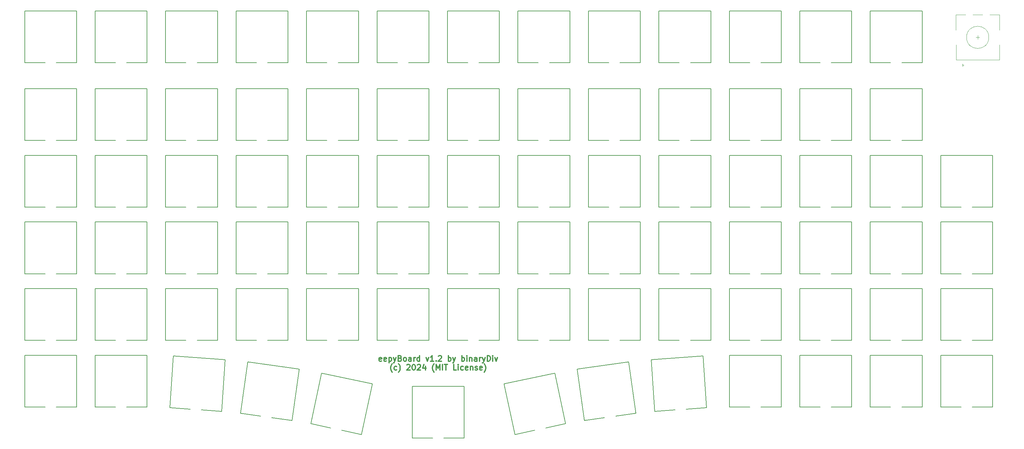
<source format=gbr>
%TF.GenerationSoftware,KiCad,Pcbnew,8.0.7*%
%TF.CreationDate,2025-01-24T18:11:27+01:00*%
%TF.ProjectId,eepyboard_rev3,65657079-626f-4617-9264-5f726576332e,1.2*%
%TF.SameCoordinates,Original*%
%TF.FileFunction,Legend,Top*%
%TF.FilePolarity,Positive*%
%FSLAX46Y46*%
G04 Gerber Fmt 4.6, Leading zero omitted, Abs format (unit mm)*
G04 Created by KiCad (PCBNEW 8.0.7) date 2025-01-24 18:11:27*
%MOMM*%
%LPD*%
G01*
G04 APERTURE LIST*
%ADD10C,0.300000*%
%ADD11C,0.150000*%
%ADD12C,0.120000*%
G04 APERTURE END LIST*
D10*
X164731032Y-169716830D02*
X164588175Y-169788258D01*
X164588175Y-169788258D02*
X164302461Y-169788258D01*
X164302461Y-169788258D02*
X164159603Y-169716830D01*
X164159603Y-169716830D02*
X164088175Y-169573972D01*
X164088175Y-169573972D02*
X164088175Y-169002544D01*
X164088175Y-169002544D02*
X164159603Y-168859687D01*
X164159603Y-168859687D02*
X164302461Y-168788258D01*
X164302461Y-168788258D02*
X164588175Y-168788258D01*
X164588175Y-168788258D02*
X164731032Y-168859687D01*
X164731032Y-168859687D02*
X164802461Y-169002544D01*
X164802461Y-169002544D02*
X164802461Y-169145401D01*
X164802461Y-169145401D02*
X164088175Y-169288258D01*
X166016746Y-169716830D02*
X165873889Y-169788258D01*
X165873889Y-169788258D02*
X165588175Y-169788258D01*
X165588175Y-169788258D02*
X165445317Y-169716830D01*
X165445317Y-169716830D02*
X165373889Y-169573972D01*
X165373889Y-169573972D02*
X165373889Y-169002544D01*
X165373889Y-169002544D02*
X165445317Y-168859687D01*
X165445317Y-168859687D02*
X165588175Y-168788258D01*
X165588175Y-168788258D02*
X165873889Y-168788258D01*
X165873889Y-168788258D02*
X166016746Y-168859687D01*
X166016746Y-168859687D02*
X166088175Y-169002544D01*
X166088175Y-169002544D02*
X166088175Y-169145401D01*
X166088175Y-169145401D02*
X165373889Y-169288258D01*
X166731031Y-168788258D02*
X166731031Y-170288258D01*
X166731031Y-168859687D02*
X166873889Y-168788258D01*
X166873889Y-168788258D02*
X167159603Y-168788258D01*
X167159603Y-168788258D02*
X167302460Y-168859687D01*
X167302460Y-168859687D02*
X167373889Y-168931115D01*
X167373889Y-168931115D02*
X167445317Y-169073972D01*
X167445317Y-169073972D02*
X167445317Y-169502544D01*
X167445317Y-169502544D02*
X167373889Y-169645401D01*
X167373889Y-169645401D02*
X167302460Y-169716830D01*
X167302460Y-169716830D02*
X167159603Y-169788258D01*
X167159603Y-169788258D02*
X166873889Y-169788258D01*
X166873889Y-169788258D02*
X166731031Y-169716830D01*
X167945317Y-168788258D02*
X168302460Y-169788258D01*
X168659603Y-168788258D02*
X168302460Y-169788258D01*
X168302460Y-169788258D02*
X168159603Y-170145401D01*
X168159603Y-170145401D02*
X168088174Y-170216830D01*
X168088174Y-170216830D02*
X167945317Y-170288258D01*
X169731031Y-169002544D02*
X169945317Y-169073972D01*
X169945317Y-169073972D02*
X170016746Y-169145401D01*
X170016746Y-169145401D02*
X170088174Y-169288258D01*
X170088174Y-169288258D02*
X170088174Y-169502544D01*
X170088174Y-169502544D02*
X170016746Y-169645401D01*
X170016746Y-169645401D02*
X169945317Y-169716830D01*
X169945317Y-169716830D02*
X169802460Y-169788258D01*
X169802460Y-169788258D02*
X169231031Y-169788258D01*
X169231031Y-169788258D02*
X169231031Y-168288258D01*
X169231031Y-168288258D02*
X169731031Y-168288258D01*
X169731031Y-168288258D02*
X169873889Y-168359687D01*
X169873889Y-168359687D02*
X169945317Y-168431115D01*
X169945317Y-168431115D02*
X170016746Y-168573972D01*
X170016746Y-168573972D02*
X170016746Y-168716830D01*
X170016746Y-168716830D02*
X169945317Y-168859687D01*
X169945317Y-168859687D02*
X169873889Y-168931115D01*
X169873889Y-168931115D02*
X169731031Y-169002544D01*
X169731031Y-169002544D02*
X169231031Y-169002544D01*
X170945317Y-169788258D02*
X170802460Y-169716830D01*
X170802460Y-169716830D02*
X170731031Y-169645401D01*
X170731031Y-169645401D02*
X170659603Y-169502544D01*
X170659603Y-169502544D02*
X170659603Y-169073972D01*
X170659603Y-169073972D02*
X170731031Y-168931115D01*
X170731031Y-168931115D02*
X170802460Y-168859687D01*
X170802460Y-168859687D02*
X170945317Y-168788258D01*
X170945317Y-168788258D02*
X171159603Y-168788258D01*
X171159603Y-168788258D02*
X171302460Y-168859687D01*
X171302460Y-168859687D02*
X171373889Y-168931115D01*
X171373889Y-168931115D02*
X171445317Y-169073972D01*
X171445317Y-169073972D02*
X171445317Y-169502544D01*
X171445317Y-169502544D02*
X171373889Y-169645401D01*
X171373889Y-169645401D02*
X171302460Y-169716830D01*
X171302460Y-169716830D02*
X171159603Y-169788258D01*
X171159603Y-169788258D02*
X170945317Y-169788258D01*
X172731032Y-169788258D02*
X172731032Y-169002544D01*
X172731032Y-169002544D02*
X172659603Y-168859687D01*
X172659603Y-168859687D02*
X172516746Y-168788258D01*
X172516746Y-168788258D02*
X172231032Y-168788258D01*
X172231032Y-168788258D02*
X172088174Y-168859687D01*
X172731032Y-169716830D02*
X172588174Y-169788258D01*
X172588174Y-169788258D02*
X172231032Y-169788258D01*
X172231032Y-169788258D02*
X172088174Y-169716830D01*
X172088174Y-169716830D02*
X172016746Y-169573972D01*
X172016746Y-169573972D02*
X172016746Y-169431115D01*
X172016746Y-169431115D02*
X172088174Y-169288258D01*
X172088174Y-169288258D02*
X172231032Y-169216830D01*
X172231032Y-169216830D02*
X172588174Y-169216830D01*
X172588174Y-169216830D02*
X172731032Y-169145401D01*
X173445317Y-169788258D02*
X173445317Y-168788258D01*
X173445317Y-169073972D02*
X173516746Y-168931115D01*
X173516746Y-168931115D02*
X173588175Y-168859687D01*
X173588175Y-168859687D02*
X173731032Y-168788258D01*
X173731032Y-168788258D02*
X173873889Y-168788258D01*
X175016746Y-169788258D02*
X175016746Y-168288258D01*
X175016746Y-169716830D02*
X174873888Y-169788258D01*
X174873888Y-169788258D02*
X174588174Y-169788258D01*
X174588174Y-169788258D02*
X174445317Y-169716830D01*
X174445317Y-169716830D02*
X174373888Y-169645401D01*
X174373888Y-169645401D02*
X174302460Y-169502544D01*
X174302460Y-169502544D02*
X174302460Y-169073972D01*
X174302460Y-169073972D02*
X174373888Y-168931115D01*
X174373888Y-168931115D02*
X174445317Y-168859687D01*
X174445317Y-168859687D02*
X174588174Y-168788258D01*
X174588174Y-168788258D02*
X174873888Y-168788258D01*
X174873888Y-168788258D02*
X175016746Y-168859687D01*
X176731031Y-168788258D02*
X177088174Y-169788258D01*
X177088174Y-169788258D02*
X177445317Y-168788258D01*
X178802460Y-169788258D02*
X177945317Y-169788258D01*
X178373888Y-169788258D02*
X178373888Y-168288258D01*
X178373888Y-168288258D02*
X178231031Y-168502544D01*
X178231031Y-168502544D02*
X178088174Y-168645401D01*
X178088174Y-168645401D02*
X177945317Y-168716830D01*
X179445316Y-169645401D02*
X179516745Y-169716830D01*
X179516745Y-169716830D02*
X179445316Y-169788258D01*
X179445316Y-169788258D02*
X179373888Y-169716830D01*
X179373888Y-169716830D02*
X179445316Y-169645401D01*
X179445316Y-169645401D02*
X179445316Y-169788258D01*
X180088174Y-168431115D02*
X180159602Y-168359687D01*
X180159602Y-168359687D02*
X180302460Y-168288258D01*
X180302460Y-168288258D02*
X180659602Y-168288258D01*
X180659602Y-168288258D02*
X180802460Y-168359687D01*
X180802460Y-168359687D02*
X180873888Y-168431115D01*
X180873888Y-168431115D02*
X180945317Y-168573972D01*
X180945317Y-168573972D02*
X180945317Y-168716830D01*
X180945317Y-168716830D02*
X180873888Y-168931115D01*
X180873888Y-168931115D02*
X180016745Y-169788258D01*
X180016745Y-169788258D02*
X180945317Y-169788258D01*
X182731030Y-169788258D02*
X182731030Y-168288258D01*
X182731030Y-168859687D02*
X182873888Y-168788258D01*
X182873888Y-168788258D02*
X183159602Y-168788258D01*
X183159602Y-168788258D02*
X183302459Y-168859687D01*
X183302459Y-168859687D02*
X183373888Y-168931115D01*
X183373888Y-168931115D02*
X183445316Y-169073972D01*
X183445316Y-169073972D02*
X183445316Y-169502544D01*
X183445316Y-169502544D02*
X183373888Y-169645401D01*
X183373888Y-169645401D02*
X183302459Y-169716830D01*
X183302459Y-169716830D02*
X183159602Y-169788258D01*
X183159602Y-169788258D02*
X182873888Y-169788258D01*
X182873888Y-169788258D02*
X182731030Y-169716830D01*
X183945316Y-168788258D02*
X184302459Y-169788258D01*
X184659602Y-168788258D02*
X184302459Y-169788258D01*
X184302459Y-169788258D02*
X184159602Y-170145401D01*
X184159602Y-170145401D02*
X184088173Y-170216830D01*
X184088173Y-170216830D02*
X183945316Y-170288258D01*
X186373887Y-169788258D02*
X186373887Y-168288258D01*
X186373887Y-168859687D02*
X186516745Y-168788258D01*
X186516745Y-168788258D02*
X186802459Y-168788258D01*
X186802459Y-168788258D02*
X186945316Y-168859687D01*
X186945316Y-168859687D02*
X187016745Y-168931115D01*
X187016745Y-168931115D02*
X187088173Y-169073972D01*
X187088173Y-169073972D02*
X187088173Y-169502544D01*
X187088173Y-169502544D02*
X187016745Y-169645401D01*
X187016745Y-169645401D02*
X186945316Y-169716830D01*
X186945316Y-169716830D02*
X186802459Y-169788258D01*
X186802459Y-169788258D02*
X186516745Y-169788258D01*
X186516745Y-169788258D02*
X186373887Y-169716830D01*
X187731030Y-169788258D02*
X187731030Y-168788258D01*
X187731030Y-168288258D02*
X187659602Y-168359687D01*
X187659602Y-168359687D02*
X187731030Y-168431115D01*
X187731030Y-168431115D02*
X187802459Y-168359687D01*
X187802459Y-168359687D02*
X187731030Y-168288258D01*
X187731030Y-168288258D02*
X187731030Y-168431115D01*
X188445316Y-168788258D02*
X188445316Y-169788258D01*
X188445316Y-168931115D02*
X188516745Y-168859687D01*
X188516745Y-168859687D02*
X188659602Y-168788258D01*
X188659602Y-168788258D02*
X188873888Y-168788258D01*
X188873888Y-168788258D02*
X189016745Y-168859687D01*
X189016745Y-168859687D02*
X189088174Y-169002544D01*
X189088174Y-169002544D02*
X189088174Y-169788258D01*
X190445317Y-169788258D02*
X190445317Y-169002544D01*
X190445317Y-169002544D02*
X190373888Y-168859687D01*
X190373888Y-168859687D02*
X190231031Y-168788258D01*
X190231031Y-168788258D02*
X189945317Y-168788258D01*
X189945317Y-168788258D02*
X189802459Y-168859687D01*
X190445317Y-169716830D02*
X190302459Y-169788258D01*
X190302459Y-169788258D02*
X189945317Y-169788258D01*
X189945317Y-169788258D02*
X189802459Y-169716830D01*
X189802459Y-169716830D02*
X189731031Y-169573972D01*
X189731031Y-169573972D02*
X189731031Y-169431115D01*
X189731031Y-169431115D02*
X189802459Y-169288258D01*
X189802459Y-169288258D02*
X189945317Y-169216830D01*
X189945317Y-169216830D02*
X190302459Y-169216830D01*
X190302459Y-169216830D02*
X190445317Y-169145401D01*
X191159602Y-169788258D02*
X191159602Y-168788258D01*
X191159602Y-169073972D02*
X191231031Y-168931115D01*
X191231031Y-168931115D02*
X191302460Y-168859687D01*
X191302460Y-168859687D02*
X191445317Y-168788258D01*
X191445317Y-168788258D02*
X191588174Y-168788258D01*
X191945316Y-168788258D02*
X192302459Y-169788258D01*
X192659602Y-168788258D02*
X192302459Y-169788258D01*
X192302459Y-169788258D02*
X192159602Y-170145401D01*
X192159602Y-170145401D02*
X192088173Y-170216830D01*
X192088173Y-170216830D02*
X191945316Y-170288258D01*
X193231030Y-169788258D02*
X193231030Y-168288258D01*
X193231030Y-168288258D02*
X193588173Y-168288258D01*
X193588173Y-168288258D02*
X193802459Y-168359687D01*
X193802459Y-168359687D02*
X193945316Y-168502544D01*
X193945316Y-168502544D02*
X194016745Y-168645401D01*
X194016745Y-168645401D02*
X194088173Y-168931115D01*
X194088173Y-168931115D02*
X194088173Y-169145401D01*
X194088173Y-169145401D02*
X194016745Y-169431115D01*
X194016745Y-169431115D02*
X193945316Y-169573972D01*
X193945316Y-169573972D02*
X193802459Y-169716830D01*
X193802459Y-169716830D02*
X193588173Y-169788258D01*
X193588173Y-169788258D02*
X193231030Y-169788258D01*
X194731030Y-169788258D02*
X194731030Y-168788258D01*
X194731030Y-168288258D02*
X194659602Y-168359687D01*
X194659602Y-168359687D02*
X194731030Y-168431115D01*
X194731030Y-168431115D02*
X194802459Y-168359687D01*
X194802459Y-168359687D02*
X194731030Y-168288258D01*
X194731030Y-168288258D02*
X194731030Y-168431115D01*
X195302459Y-168788258D02*
X195659602Y-169788258D01*
X195659602Y-169788258D02*
X196016745Y-168788258D01*
X167623890Y-172774603D02*
X167552461Y-172703174D01*
X167552461Y-172703174D02*
X167409604Y-172488888D01*
X167409604Y-172488888D02*
X167338176Y-172346031D01*
X167338176Y-172346031D02*
X167266747Y-172131746D01*
X167266747Y-172131746D02*
X167195318Y-171774603D01*
X167195318Y-171774603D02*
X167195318Y-171488888D01*
X167195318Y-171488888D02*
X167266747Y-171131746D01*
X167266747Y-171131746D02*
X167338176Y-170917460D01*
X167338176Y-170917460D02*
X167409604Y-170774603D01*
X167409604Y-170774603D02*
X167552461Y-170560317D01*
X167552461Y-170560317D02*
X167623890Y-170488888D01*
X168838176Y-172131746D02*
X168695318Y-172203174D01*
X168695318Y-172203174D02*
X168409604Y-172203174D01*
X168409604Y-172203174D02*
X168266747Y-172131746D01*
X168266747Y-172131746D02*
X168195318Y-172060317D01*
X168195318Y-172060317D02*
X168123890Y-171917460D01*
X168123890Y-171917460D02*
X168123890Y-171488888D01*
X168123890Y-171488888D02*
X168195318Y-171346031D01*
X168195318Y-171346031D02*
X168266747Y-171274603D01*
X168266747Y-171274603D02*
X168409604Y-171203174D01*
X168409604Y-171203174D02*
X168695318Y-171203174D01*
X168695318Y-171203174D02*
X168838176Y-171274603D01*
X169338175Y-172774603D02*
X169409604Y-172703174D01*
X169409604Y-172703174D02*
X169552461Y-172488888D01*
X169552461Y-172488888D02*
X169623890Y-172346031D01*
X169623890Y-172346031D02*
X169695318Y-172131746D01*
X169695318Y-172131746D02*
X169766747Y-171774603D01*
X169766747Y-171774603D02*
X169766747Y-171488888D01*
X169766747Y-171488888D02*
X169695318Y-171131746D01*
X169695318Y-171131746D02*
X169623890Y-170917460D01*
X169623890Y-170917460D02*
X169552461Y-170774603D01*
X169552461Y-170774603D02*
X169409604Y-170560317D01*
X169409604Y-170560317D02*
X169338175Y-170488888D01*
X171552461Y-170846031D02*
X171623889Y-170774603D01*
X171623889Y-170774603D02*
X171766747Y-170703174D01*
X171766747Y-170703174D02*
X172123889Y-170703174D01*
X172123889Y-170703174D02*
X172266747Y-170774603D01*
X172266747Y-170774603D02*
X172338175Y-170846031D01*
X172338175Y-170846031D02*
X172409604Y-170988888D01*
X172409604Y-170988888D02*
X172409604Y-171131746D01*
X172409604Y-171131746D02*
X172338175Y-171346031D01*
X172338175Y-171346031D02*
X171481032Y-172203174D01*
X171481032Y-172203174D02*
X172409604Y-172203174D01*
X173338175Y-170703174D02*
X173481032Y-170703174D01*
X173481032Y-170703174D02*
X173623889Y-170774603D01*
X173623889Y-170774603D02*
X173695318Y-170846031D01*
X173695318Y-170846031D02*
X173766746Y-170988888D01*
X173766746Y-170988888D02*
X173838175Y-171274603D01*
X173838175Y-171274603D02*
X173838175Y-171631746D01*
X173838175Y-171631746D02*
X173766746Y-171917460D01*
X173766746Y-171917460D02*
X173695318Y-172060317D01*
X173695318Y-172060317D02*
X173623889Y-172131746D01*
X173623889Y-172131746D02*
X173481032Y-172203174D01*
X173481032Y-172203174D02*
X173338175Y-172203174D01*
X173338175Y-172203174D02*
X173195318Y-172131746D01*
X173195318Y-172131746D02*
X173123889Y-172060317D01*
X173123889Y-172060317D02*
X173052460Y-171917460D01*
X173052460Y-171917460D02*
X172981032Y-171631746D01*
X172981032Y-171631746D02*
X172981032Y-171274603D01*
X172981032Y-171274603D02*
X173052460Y-170988888D01*
X173052460Y-170988888D02*
X173123889Y-170846031D01*
X173123889Y-170846031D02*
X173195318Y-170774603D01*
X173195318Y-170774603D02*
X173338175Y-170703174D01*
X174409603Y-170846031D02*
X174481031Y-170774603D01*
X174481031Y-170774603D02*
X174623889Y-170703174D01*
X174623889Y-170703174D02*
X174981031Y-170703174D01*
X174981031Y-170703174D02*
X175123889Y-170774603D01*
X175123889Y-170774603D02*
X175195317Y-170846031D01*
X175195317Y-170846031D02*
X175266746Y-170988888D01*
X175266746Y-170988888D02*
X175266746Y-171131746D01*
X175266746Y-171131746D02*
X175195317Y-171346031D01*
X175195317Y-171346031D02*
X174338174Y-172203174D01*
X174338174Y-172203174D02*
X175266746Y-172203174D01*
X176552460Y-171203174D02*
X176552460Y-172203174D01*
X176195317Y-170631746D02*
X175838174Y-171703174D01*
X175838174Y-171703174D02*
X176766745Y-171703174D01*
X178909602Y-172774603D02*
X178838173Y-172703174D01*
X178838173Y-172703174D02*
X178695316Y-172488888D01*
X178695316Y-172488888D02*
X178623888Y-172346031D01*
X178623888Y-172346031D02*
X178552459Y-172131746D01*
X178552459Y-172131746D02*
X178481030Y-171774603D01*
X178481030Y-171774603D02*
X178481030Y-171488888D01*
X178481030Y-171488888D02*
X178552459Y-171131746D01*
X178552459Y-171131746D02*
X178623888Y-170917460D01*
X178623888Y-170917460D02*
X178695316Y-170774603D01*
X178695316Y-170774603D02*
X178838173Y-170560317D01*
X178838173Y-170560317D02*
X178909602Y-170488888D01*
X179481030Y-172203174D02*
X179481030Y-170703174D01*
X179481030Y-170703174D02*
X179981030Y-171774603D01*
X179981030Y-171774603D02*
X180481030Y-170703174D01*
X180481030Y-170703174D02*
X180481030Y-172203174D01*
X181195316Y-172203174D02*
X181195316Y-170703174D01*
X181695317Y-170703174D02*
X182552460Y-170703174D01*
X182123888Y-172203174D02*
X182123888Y-170703174D01*
X184909602Y-172203174D02*
X184195316Y-172203174D01*
X184195316Y-172203174D02*
X184195316Y-170703174D01*
X185409602Y-172203174D02*
X185409602Y-171203174D01*
X185409602Y-170703174D02*
X185338174Y-170774603D01*
X185338174Y-170774603D02*
X185409602Y-170846031D01*
X185409602Y-170846031D02*
X185481031Y-170774603D01*
X185481031Y-170774603D02*
X185409602Y-170703174D01*
X185409602Y-170703174D02*
X185409602Y-170846031D01*
X186766746Y-172131746D02*
X186623888Y-172203174D01*
X186623888Y-172203174D02*
X186338174Y-172203174D01*
X186338174Y-172203174D02*
X186195317Y-172131746D01*
X186195317Y-172131746D02*
X186123888Y-172060317D01*
X186123888Y-172060317D02*
X186052460Y-171917460D01*
X186052460Y-171917460D02*
X186052460Y-171488888D01*
X186052460Y-171488888D02*
X186123888Y-171346031D01*
X186123888Y-171346031D02*
X186195317Y-171274603D01*
X186195317Y-171274603D02*
X186338174Y-171203174D01*
X186338174Y-171203174D02*
X186623888Y-171203174D01*
X186623888Y-171203174D02*
X186766746Y-171274603D01*
X187981031Y-172131746D02*
X187838174Y-172203174D01*
X187838174Y-172203174D02*
X187552460Y-172203174D01*
X187552460Y-172203174D02*
X187409602Y-172131746D01*
X187409602Y-172131746D02*
X187338174Y-171988888D01*
X187338174Y-171988888D02*
X187338174Y-171417460D01*
X187338174Y-171417460D02*
X187409602Y-171274603D01*
X187409602Y-171274603D02*
X187552460Y-171203174D01*
X187552460Y-171203174D02*
X187838174Y-171203174D01*
X187838174Y-171203174D02*
X187981031Y-171274603D01*
X187981031Y-171274603D02*
X188052460Y-171417460D01*
X188052460Y-171417460D02*
X188052460Y-171560317D01*
X188052460Y-171560317D02*
X187338174Y-171703174D01*
X188695316Y-171203174D02*
X188695316Y-172203174D01*
X188695316Y-171346031D02*
X188766745Y-171274603D01*
X188766745Y-171274603D02*
X188909602Y-171203174D01*
X188909602Y-171203174D02*
X189123888Y-171203174D01*
X189123888Y-171203174D02*
X189266745Y-171274603D01*
X189266745Y-171274603D02*
X189338174Y-171417460D01*
X189338174Y-171417460D02*
X189338174Y-172203174D01*
X189981031Y-172131746D02*
X190123888Y-172203174D01*
X190123888Y-172203174D02*
X190409602Y-172203174D01*
X190409602Y-172203174D02*
X190552459Y-172131746D01*
X190552459Y-172131746D02*
X190623888Y-171988888D01*
X190623888Y-171988888D02*
X190623888Y-171917460D01*
X190623888Y-171917460D02*
X190552459Y-171774603D01*
X190552459Y-171774603D02*
X190409602Y-171703174D01*
X190409602Y-171703174D02*
X190195317Y-171703174D01*
X190195317Y-171703174D02*
X190052459Y-171631746D01*
X190052459Y-171631746D02*
X189981031Y-171488888D01*
X189981031Y-171488888D02*
X189981031Y-171417460D01*
X189981031Y-171417460D02*
X190052459Y-171274603D01*
X190052459Y-171274603D02*
X190195317Y-171203174D01*
X190195317Y-171203174D02*
X190409602Y-171203174D01*
X190409602Y-171203174D02*
X190552459Y-171274603D01*
X191838174Y-172131746D02*
X191695317Y-172203174D01*
X191695317Y-172203174D02*
X191409603Y-172203174D01*
X191409603Y-172203174D02*
X191266745Y-172131746D01*
X191266745Y-172131746D02*
X191195317Y-171988888D01*
X191195317Y-171988888D02*
X191195317Y-171417460D01*
X191195317Y-171417460D02*
X191266745Y-171274603D01*
X191266745Y-171274603D02*
X191409603Y-171203174D01*
X191409603Y-171203174D02*
X191695317Y-171203174D01*
X191695317Y-171203174D02*
X191838174Y-171274603D01*
X191838174Y-171274603D02*
X191909603Y-171417460D01*
X191909603Y-171417460D02*
X191909603Y-171560317D01*
X191909603Y-171560317D02*
X191195317Y-171703174D01*
X192409602Y-172774603D02*
X192481031Y-172703174D01*
X192481031Y-172703174D02*
X192623888Y-172488888D01*
X192623888Y-172488888D02*
X192695317Y-172346031D01*
X192695317Y-172346031D02*
X192766745Y-172131746D01*
X192766745Y-172131746D02*
X192838174Y-171774603D01*
X192838174Y-171774603D02*
X192838174Y-171488888D01*
X192838174Y-171488888D02*
X192766745Y-171131746D01*
X192766745Y-171131746D02*
X192695317Y-170917460D01*
X192695317Y-170917460D02*
X192623888Y-170774603D01*
X192623888Y-170774603D02*
X192481031Y-170560317D01*
X192481031Y-170560317D02*
X192409602Y-170488888D01*
D11*
%TO.C,S43*%
X258516746Y-168175901D02*
X272516746Y-168175901D01*
X258516746Y-182175901D02*
X258516746Y-168175901D01*
X264016746Y-182175901D02*
X258516746Y-182175901D01*
X272516746Y-168175901D02*
X272516746Y-182175901D01*
X272516746Y-182175901D02*
X267016746Y-182175901D01*
%TO.C,S62*%
X107650170Y-182355163D02*
X108626761Y-168389266D01*
X108626761Y-168389266D02*
X122592658Y-169365857D01*
X113136773Y-182738824D02*
X107650170Y-182355163D01*
X121616067Y-183331754D02*
X116129465Y-182948093D01*
X122592658Y-169365857D02*
X121616067Y-183331754D01*
%TO.C,S73*%
X144516748Y-75175900D02*
X158516748Y-75175900D01*
X144516748Y-89175900D02*
X144516748Y-75175900D01*
X150016748Y-89175900D02*
X144516748Y-89175900D01*
X158516748Y-75175900D02*
X158516748Y-89175900D01*
X158516748Y-89175900D02*
X153016748Y-89175900D01*
%TO.C,S4*%
X68516746Y-114175898D02*
X82516746Y-114175898D01*
X68516746Y-128175898D02*
X68516746Y-114175898D01*
X74016746Y-128175898D02*
X68516746Y-128175898D01*
X82516746Y-114175898D02*
X82516746Y-128175898D01*
X82516746Y-128175898D02*
X77016746Y-128175898D01*
%TO.C,S41*%
X239516746Y-114175902D02*
X253516746Y-114175902D01*
X239516746Y-128175902D02*
X239516746Y-114175902D01*
X245016746Y-128175902D02*
X239516746Y-128175902D01*
X253516746Y-114175902D02*
X253516746Y-128175902D01*
X253516746Y-128175902D02*
X248016746Y-128175902D01*
%TO.C,S72*%
X125516747Y-75175901D02*
X139516747Y-75175901D01*
X125516747Y-89175901D02*
X125516747Y-75175901D01*
X131016747Y-89175901D02*
X125516747Y-89175901D01*
X139516747Y-75175901D02*
X139516747Y-89175901D01*
X139516747Y-89175901D02*
X134016747Y-89175901D01*
%TO.C,S6*%
X87516749Y-168175898D02*
X101516749Y-168175898D01*
X87516749Y-182175898D02*
X87516749Y-168175898D01*
X93016749Y-182175898D02*
X87516749Y-182175898D01*
X101516749Y-168175898D02*
X101516749Y-182175898D01*
X101516749Y-182175898D02*
X96016749Y-182175898D01*
%TO.C,S27*%
X182516746Y-150175901D02*
X196516746Y-150175901D01*
X182516746Y-164175901D02*
X182516746Y-150175901D01*
X188016746Y-164175901D02*
X182516746Y-164175901D01*
X196516746Y-150175901D02*
X196516746Y-164175901D01*
X196516746Y-164175901D02*
X191016746Y-164175901D01*
%TO.C,S49*%
X277516747Y-150175904D02*
X291516747Y-150175904D01*
X277516747Y-164175904D02*
X277516747Y-150175904D01*
X283016747Y-164175904D02*
X277516747Y-164175904D01*
X291516747Y-150175904D02*
X291516747Y-164175904D01*
X291516747Y-164175904D02*
X286016747Y-164175904D01*
%TO.C,S58*%
X315516747Y-168175899D02*
X329516747Y-168175899D01*
X315516747Y-182175899D02*
X315516747Y-168175899D01*
X321016747Y-182175899D02*
X315516747Y-182175899D01*
X329516747Y-168175899D02*
X329516747Y-182175899D01*
X329516747Y-182175899D02*
X324016747Y-182175899D01*
%TO.C,S77*%
X220516749Y-75175899D02*
X234516749Y-75175899D01*
X220516749Y-89175899D02*
X220516749Y-75175899D01*
X226016749Y-89175899D02*
X220516749Y-89175899D01*
X234516749Y-75175899D02*
X234516749Y-89175899D01*
X234516749Y-89175899D02*
X229016749Y-89175899D01*
D12*
%TO.C,ROT1*%
X319576745Y-76195902D02*
X322176745Y-76195902D01*
X319576745Y-80295902D02*
X319576745Y-76195902D01*
X319676745Y-84295902D02*
X319676745Y-88395902D01*
X319676745Y-88395902D02*
X331376745Y-88395902D01*
X321376745Y-89495902D02*
X321676745Y-89795900D01*
X321376745Y-90095899D02*
X321376745Y-89495902D01*
X321676745Y-89795900D02*
X321376745Y-90095899D01*
X324176745Y-76195902D02*
X326776746Y-76195902D01*
X324976745Y-82295902D02*
X325976745Y-82295902D01*
X325476745Y-82795902D02*
X325476744Y-81795902D01*
X328776745Y-76195902D02*
X331376745Y-76195902D01*
X331376745Y-76195902D02*
X331376748Y-80295902D01*
X331376745Y-84295902D02*
X331376745Y-88395902D01*
X328476745Y-82295902D02*
G75*
G02*
X322476745Y-82295902I-3000000J0D01*
G01*
X322476745Y-82295902D02*
G75*
G02*
X328476745Y-82295902I3000000J0D01*
G01*
D11*
%TO.C,S11*%
X106516747Y-150175904D02*
X120516747Y-150175904D01*
X106516747Y-164175904D02*
X106516747Y-150175904D01*
X112016747Y-164175904D02*
X106516747Y-164175904D01*
X120516747Y-150175904D02*
X120516747Y-164175904D01*
X120516747Y-164175904D02*
X115016747Y-164175904D01*
%TO.C,S7*%
X87516748Y-150175903D02*
X101516748Y-150175903D01*
X87516748Y-164175903D02*
X87516748Y-150175903D01*
X93016748Y-164175903D02*
X87516748Y-164175903D01*
X101516748Y-150175903D02*
X101516748Y-164175903D01*
X101516748Y-164175903D02*
X96016748Y-164175903D01*
%TO.C,S18*%
X125516745Y-96175900D02*
X139516745Y-96175900D01*
X125516745Y-110175900D02*
X125516745Y-96175900D01*
X131016745Y-110175900D02*
X125516745Y-110175900D01*
X139516745Y-96175900D02*
X139516745Y-110175900D01*
X139516745Y-110175900D02*
X134016745Y-110175900D01*
%TO.C,S34*%
X201516749Y-96175899D02*
X215516749Y-96175899D01*
X201516749Y-110175899D02*
X201516749Y-96175899D01*
X207016749Y-110175899D02*
X201516749Y-110175899D01*
X215516749Y-96175899D02*
X215516749Y-110175899D01*
X215516749Y-110175899D02*
X210016749Y-110175899D01*
%TO.C,S70*%
X87516743Y-75175900D02*
X101516743Y-75175900D01*
X87516743Y-89175900D02*
X87516743Y-75175900D01*
X93016743Y-89175900D02*
X87516743Y-89175900D01*
X101516743Y-75175900D02*
X101516743Y-89175900D01*
X101516743Y-89175900D02*
X96016743Y-89175900D01*
%TO.C,S35*%
X220516746Y-150175903D02*
X234516746Y-150175903D01*
X220516746Y-164175903D02*
X220516746Y-150175903D01*
X226016746Y-164175903D02*
X220516746Y-164175903D01*
X234516746Y-150175903D02*
X234516746Y-164175903D01*
X234516746Y-164175903D02*
X229016746Y-164175903D01*
%TO.C,S37*%
X220516746Y-114175902D02*
X234516746Y-114175902D01*
X220516746Y-128175902D02*
X220516746Y-114175902D01*
X226016746Y-128175902D02*
X220516746Y-128175902D01*
X234516746Y-114175902D02*
X234516746Y-128175902D01*
X234516746Y-128175902D02*
X229016746Y-128175902D01*
%TO.C,S76*%
X201516750Y-75175900D02*
X215516750Y-75175900D01*
X201516750Y-89175900D02*
X201516750Y-75175900D01*
X207016750Y-89175900D02*
X201516750Y-89175900D01*
X215516750Y-75175900D02*
X215516750Y-89175900D01*
X215516750Y-89175900D02*
X210016750Y-89175900D01*
%TO.C,S15*%
X125516746Y-150175902D02*
X139516746Y-150175902D01*
X125516746Y-164175902D02*
X125516746Y-150175902D01*
X131016746Y-164175902D02*
X125516746Y-164175902D01*
X139516746Y-150175902D02*
X139516746Y-164175902D01*
X139516746Y-164175902D02*
X134016746Y-164175902D01*
%TO.C,S44*%
X258516746Y-150175902D02*
X272516746Y-150175902D01*
X258516746Y-164175902D02*
X258516746Y-150175902D01*
X264016746Y-164175902D02*
X258516746Y-164175902D01*
X272516746Y-150175902D02*
X272516746Y-164175902D01*
X272516746Y-164175902D02*
X267016746Y-164175902D01*
%TO.C,S52*%
X277516750Y-96175898D02*
X291516750Y-96175898D01*
X277516750Y-110175898D02*
X277516750Y-96175898D01*
X283016750Y-110175898D02*
X277516750Y-110175898D01*
X291516750Y-96175898D02*
X291516750Y-110175898D01*
X291516750Y-110175898D02*
X286016750Y-110175898D01*
%TO.C,S68*%
X173016749Y-176567395D02*
X187016749Y-176567395D01*
X173016749Y-190567395D02*
X173016749Y-176567395D01*
X178516749Y-190567395D02*
X173016749Y-190567395D01*
X187016749Y-176567395D02*
X187016749Y-190567395D01*
X187016749Y-190567395D02*
X181516749Y-190567395D01*
%TO.C,S21*%
X144516748Y-114175902D02*
X158516748Y-114175902D01*
X144516748Y-128175902D02*
X144516748Y-114175902D01*
X150016748Y-128175902D02*
X144516748Y-128175902D01*
X158516748Y-114175902D02*
X158516748Y-128175902D01*
X158516748Y-128175902D02*
X153016748Y-128175902D01*
%TO.C,S67*%
X197781913Y-175925740D02*
X211475979Y-173014976D01*
X200692677Y-189619806D02*
X197781913Y-175925740D01*
X206072488Y-188476292D02*
X200692677Y-189619806D01*
X211475979Y-173014976D02*
X214386743Y-186709042D01*
X214386743Y-186709042D02*
X209006931Y-187852557D01*
%TO.C,S42*%
X239516746Y-96175898D02*
X253516746Y-96175898D01*
X239516746Y-110175898D02*
X239516746Y-96175898D01*
X245016746Y-110175898D02*
X239516746Y-110175898D01*
X253516746Y-96175898D02*
X253516746Y-110175898D01*
X253516746Y-110175898D02*
X248016746Y-110175898D01*
%TO.C,S63*%
X126724481Y-183868668D02*
X128672904Y-170004915D01*
X128672904Y-170004915D02*
X142536657Y-171953338D01*
X132170955Y-184634120D02*
X126724481Y-183868668D01*
X140588234Y-185817091D02*
X135141759Y-185051639D01*
X142536657Y-171953338D02*
X140588234Y-185817091D01*
%TO.C,S16*%
X125516751Y-132175903D02*
X139516751Y-132175903D01*
X125516751Y-146175903D02*
X125516751Y-132175903D01*
X131016751Y-146175903D02*
X125516751Y-146175903D01*
X139516751Y-132175903D02*
X139516751Y-146175903D01*
X139516751Y-146175903D02*
X134016751Y-146175903D01*
%TO.C,S75*%
X182516751Y-75175897D02*
X196516751Y-75175897D01*
X182516751Y-89175897D02*
X182516751Y-75175897D01*
X188016751Y-89175897D02*
X182516751Y-89175897D01*
X196516751Y-75175897D02*
X196516751Y-89175897D01*
X196516751Y-89175897D02*
X191016751Y-89175897D01*
%TO.C,S66*%
X217496838Y-171953342D02*
X231360591Y-170004919D01*
X219445261Y-185817095D02*
X217496838Y-171953342D01*
X224891736Y-185051643D02*
X219445261Y-185817095D01*
X231360591Y-170004919D02*
X233309014Y-183868672D01*
X233309014Y-183868672D02*
X227862540Y-184634124D01*
%TO.C,S30*%
X182516745Y-96175901D02*
X196516745Y-96175901D01*
X182516745Y-110175901D02*
X182516745Y-96175901D01*
X188016745Y-110175901D02*
X182516745Y-110175901D01*
X196516745Y-96175901D02*
X196516745Y-110175901D01*
X196516745Y-110175901D02*
X191016745Y-110175901D01*
%TO.C,S59*%
X315516745Y-150175902D02*
X329516745Y-150175902D01*
X315516745Y-164175902D02*
X315516745Y-150175902D01*
X321016745Y-164175902D02*
X315516745Y-164175902D01*
X329516745Y-150175902D02*
X329516745Y-164175902D01*
X329516745Y-164175902D02*
X324016745Y-164175902D01*
%TO.C,S14*%
X106516746Y-96175901D02*
X120516746Y-96175901D01*
X106516746Y-110175901D02*
X106516746Y-96175901D01*
X112016746Y-110175901D02*
X106516746Y-110175901D01*
X120516746Y-96175901D02*
X120516746Y-110175901D01*
X120516746Y-110175901D02*
X115016746Y-110175901D01*
%TO.C,S12*%
X106516748Y-132175903D02*
X120516748Y-132175903D01*
X106516748Y-146175903D02*
X106516748Y-132175903D01*
X112016748Y-146175903D02*
X106516748Y-146175903D01*
X120516748Y-132175903D02*
X120516748Y-146175903D01*
X120516748Y-146175903D02*
X115016748Y-146175903D01*
%TO.C,S61*%
X315516748Y-114175896D02*
X329516748Y-114175896D01*
X315516748Y-128175896D02*
X315516748Y-114175896D01*
X321016748Y-128175896D02*
X315516748Y-128175896D01*
X329516748Y-114175896D02*
X329516748Y-128175896D01*
X329516748Y-128175896D02*
X324016748Y-128175896D01*
%TO.C,S60*%
X315516747Y-132175902D02*
X329516747Y-132175902D01*
X315516747Y-146175902D02*
X315516747Y-132175902D01*
X321016747Y-146175902D02*
X315516747Y-146175902D01*
X329516747Y-132175902D02*
X329516747Y-146175902D01*
X329516747Y-146175902D02*
X324016747Y-146175902D01*
%TO.C,S64*%
X145646754Y-186709043D02*
X148557518Y-173014977D01*
X148557518Y-173014977D02*
X162251584Y-175925741D01*
X151026566Y-187852558D02*
X145646754Y-186709043D01*
X159340820Y-189619807D02*
X153961009Y-188476293D01*
X162251584Y-175925741D02*
X159340820Y-189619807D01*
%TO.C,S53*%
X296516750Y-168175900D02*
X310516750Y-168175900D01*
X296516750Y-182175900D02*
X296516750Y-168175900D01*
X302016750Y-182175900D02*
X296516750Y-182175900D01*
X310516750Y-168175900D02*
X310516750Y-182175900D01*
X310516750Y-182175900D02*
X305016750Y-182175900D01*
%TO.C,S24*%
X163516745Y-132175901D02*
X177516745Y-132175901D01*
X163516745Y-146175901D02*
X163516745Y-132175901D01*
X169016745Y-146175901D02*
X163516745Y-146175901D01*
X177516745Y-132175901D02*
X177516745Y-146175901D01*
X177516745Y-146175901D02*
X172016745Y-146175901D01*
%TO.C,S56*%
X296516747Y-114175898D02*
X310516747Y-114175898D01*
X296516747Y-128175898D02*
X296516747Y-114175898D01*
X302016747Y-128175898D02*
X296516747Y-128175898D01*
X310516747Y-114175898D02*
X310516747Y-128175898D01*
X310516747Y-128175898D02*
X305016747Y-128175898D01*
%TO.C,S46*%
X258516745Y-114175898D02*
X272516745Y-114175898D01*
X258516745Y-128175898D02*
X258516745Y-114175898D01*
X264016745Y-128175898D02*
X258516745Y-128175898D01*
X272516745Y-114175898D02*
X272516745Y-128175898D01*
X272516745Y-128175898D02*
X267016745Y-128175898D01*
%TO.C,S80*%
X277516749Y-75175897D02*
X291516749Y-75175897D01*
X277516749Y-89175897D02*
X277516749Y-75175897D01*
X283016749Y-89175897D02*
X277516749Y-89175897D01*
X291516749Y-75175897D02*
X291516749Y-89175897D01*
X291516749Y-89175897D02*
X286016749Y-89175897D01*
%TO.C,S36*%
X220516749Y-132175900D02*
X234516749Y-132175900D01*
X220516749Y-146175900D02*
X220516749Y-132175900D01*
X226016749Y-146175900D02*
X220516749Y-146175900D01*
X234516749Y-132175900D02*
X234516749Y-146175900D01*
X234516749Y-146175900D02*
X229016749Y-146175900D01*
%TO.C,S33*%
X201516749Y-114175901D02*
X215516749Y-114175901D01*
X201516749Y-128175901D02*
X201516749Y-114175901D01*
X207016749Y-128175901D02*
X201516749Y-128175901D01*
X215516749Y-114175901D02*
X215516749Y-128175901D01*
X215516749Y-128175901D02*
X210016749Y-128175901D01*
%TO.C,S47*%
X258516748Y-96175897D02*
X272516748Y-96175897D01*
X258516748Y-110175897D02*
X258516748Y-96175897D01*
X264016748Y-110175897D02*
X258516748Y-110175897D01*
X272516748Y-96175897D02*
X272516748Y-110175897D01*
X272516748Y-110175897D02*
X267016748Y-110175897D01*
%TO.C,S22*%
X144516746Y-96175900D02*
X158516746Y-96175900D01*
X144516746Y-110175900D02*
X144516746Y-96175900D01*
X150016746Y-110175900D02*
X144516746Y-110175900D01*
X158516746Y-96175900D02*
X158516746Y-110175900D01*
X158516746Y-110175900D02*
X153016746Y-110175900D01*
%TO.C,S65*%
X237440835Y-169365860D02*
X251406732Y-168389269D01*
X238417426Y-183331757D02*
X237440835Y-169365860D01*
X243904028Y-182948096D02*
X238417426Y-183331757D01*
X251406732Y-168389269D02*
X252383323Y-182355166D01*
X252383323Y-182355166D02*
X246896720Y-182738827D01*
%TO.C,S23*%
X163516748Y-150175901D02*
X177516748Y-150175901D01*
X163516748Y-164175901D02*
X163516748Y-150175901D01*
X169016748Y-164175901D02*
X163516748Y-164175901D01*
X177516748Y-150175901D02*
X177516748Y-164175901D01*
X177516748Y-164175901D02*
X172016748Y-164175901D01*
%TO.C,S71*%
X106516745Y-75175901D02*
X120516745Y-75175901D01*
X106516745Y-89175901D02*
X106516745Y-75175901D01*
X112016745Y-89175901D02*
X106516745Y-89175901D01*
X120516745Y-75175901D02*
X120516745Y-89175901D01*
X120516745Y-89175901D02*
X115016745Y-89175901D01*
%TO.C,S32*%
X201516747Y-132175900D02*
X215516747Y-132175900D01*
X201516747Y-146175900D02*
X201516747Y-132175900D01*
X207016747Y-146175900D02*
X201516747Y-146175900D01*
X215516747Y-132175900D02*
X215516747Y-146175900D01*
X215516747Y-146175900D02*
X210016747Y-146175900D01*
%TO.C,S20*%
X144516745Y-132175899D02*
X158516745Y-132175899D01*
X144516745Y-146175899D02*
X144516745Y-132175899D01*
X150016745Y-146175899D02*
X144516745Y-146175899D01*
X158516745Y-132175899D02*
X158516745Y-146175899D01*
X158516745Y-146175899D02*
X153016745Y-146175899D01*
%TO.C,S81*%
X296516746Y-75175902D02*
X310516746Y-75175902D01*
X296516746Y-89175902D02*
X296516746Y-75175902D01*
X302016746Y-89175902D02*
X296516746Y-89175902D01*
X310516746Y-75175902D02*
X310516746Y-89175902D01*
X310516746Y-89175902D02*
X305016746Y-89175902D01*
%TO.C,S5*%
X68516749Y-96175900D02*
X82516749Y-96175900D01*
X68516749Y-110175900D02*
X68516749Y-96175900D01*
X74016749Y-110175900D02*
X68516749Y-110175900D01*
X82516749Y-96175900D02*
X82516749Y-110175900D01*
X82516749Y-110175900D02*
X77016749Y-110175900D01*
%TO.C,S28*%
X182516745Y-132175900D02*
X196516745Y-132175900D01*
X182516745Y-146175900D02*
X182516745Y-132175900D01*
X188016745Y-146175900D02*
X182516745Y-146175900D01*
X196516745Y-132175900D02*
X196516745Y-146175900D01*
X196516745Y-146175900D02*
X191016745Y-146175900D01*
%TO.C,S26*%
X163516749Y-96175897D02*
X177516749Y-96175897D01*
X163516749Y-110175897D02*
X163516749Y-96175897D01*
X169016749Y-110175897D02*
X163516749Y-110175897D01*
X177516749Y-96175897D02*
X177516749Y-110175897D01*
X177516749Y-110175897D02*
X172016749Y-110175897D01*
%TO.C,S25*%
X163516747Y-114175902D02*
X177516747Y-114175902D01*
X163516747Y-128175902D02*
X163516747Y-114175902D01*
X169016747Y-128175902D02*
X163516747Y-128175902D01*
X177516747Y-114175902D02*
X177516747Y-128175902D01*
X177516747Y-128175902D02*
X172016747Y-128175902D01*
%TO.C,S45*%
X258516750Y-132175900D02*
X272516750Y-132175900D01*
X258516750Y-146175900D02*
X258516750Y-132175900D01*
X264016750Y-146175900D02*
X258516750Y-146175900D01*
X272516750Y-132175900D02*
X272516750Y-146175900D01*
X272516750Y-146175900D02*
X267016750Y-146175900D01*
%TO.C,S9*%
X87516748Y-114175899D02*
X101516748Y-114175899D01*
X87516748Y-128175899D02*
X87516748Y-114175899D01*
X93016748Y-128175899D02*
X87516748Y-128175899D01*
X101516748Y-114175899D02*
X101516748Y-128175899D01*
X101516748Y-128175899D02*
X96016748Y-128175899D01*
%TO.C,S38*%
X220516747Y-96175902D02*
X234516747Y-96175902D01*
X220516747Y-110175902D02*
X220516747Y-96175902D01*
X226016747Y-110175902D02*
X220516747Y-110175902D01*
X234516747Y-96175902D02*
X234516747Y-110175902D01*
X234516747Y-110175902D02*
X229016747Y-110175902D01*
%TO.C,S8*%
X87516746Y-132175901D02*
X101516746Y-132175901D01*
X87516746Y-146175901D02*
X87516746Y-132175901D01*
X93016746Y-146175901D02*
X87516746Y-146175901D01*
X101516746Y-132175901D02*
X101516746Y-146175901D01*
X101516746Y-146175901D02*
X96016746Y-146175901D01*
%TO.C,S39*%
X239516747Y-150175900D02*
X253516747Y-150175900D01*
X239516747Y-164175900D02*
X239516747Y-150175900D01*
X245016747Y-164175900D02*
X239516747Y-164175900D01*
X253516747Y-150175900D02*
X253516747Y-164175900D01*
X253516747Y-164175900D02*
X248016747Y-164175900D01*
%TO.C,S40*%
X239516751Y-132175899D02*
X253516751Y-132175899D01*
X239516751Y-146175899D02*
X239516751Y-132175899D01*
X245016751Y-146175899D02*
X239516751Y-146175899D01*
X253516751Y-132175899D02*
X253516751Y-146175899D01*
X253516751Y-146175899D02*
X248016751Y-146175899D01*
%TO.C,S54*%
X296516744Y-150175903D02*
X310516744Y-150175903D01*
X296516744Y-164175903D02*
X296516744Y-150175903D01*
X302016744Y-164175903D02*
X296516744Y-164175903D01*
X310516744Y-150175903D02*
X310516744Y-164175903D01*
X310516744Y-164175903D02*
X305016744Y-164175903D01*
%TO.C,S17*%
X125516746Y-114175902D02*
X139516746Y-114175902D01*
X125516746Y-128175902D02*
X125516746Y-114175902D01*
X131016746Y-128175902D02*
X125516746Y-128175902D01*
X139516746Y-114175902D02*
X139516746Y-128175902D01*
X139516746Y-128175902D02*
X134016746Y-128175902D01*
%TO.C,S19*%
X144516747Y-150175903D02*
X158516747Y-150175903D01*
X144516747Y-164175903D02*
X144516747Y-150175903D01*
X150016747Y-164175903D02*
X144516747Y-164175903D01*
X158516747Y-150175903D02*
X158516747Y-164175903D01*
X158516747Y-164175903D02*
X153016747Y-164175903D01*
%TO.C,S2*%
X68516749Y-150175901D02*
X82516749Y-150175901D01*
X68516749Y-164175901D02*
X68516749Y-150175901D01*
X74016749Y-164175901D02*
X68516749Y-164175901D01*
X82516749Y-150175901D02*
X82516749Y-164175901D01*
X82516749Y-164175901D02*
X77016749Y-164175901D01*
%TO.C,S48*%
X277516748Y-168175899D02*
X291516748Y-168175899D01*
X277516748Y-182175899D02*
X277516748Y-168175899D01*
X283016748Y-182175899D02*
X277516748Y-182175899D01*
X291516748Y-168175899D02*
X291516748Y-182175899D01*
X291516748Y-182175899D02*
X286016748Y-182175899D01*
%TO.C,S79*%
X258516749Y-75175898D02*
X272516749Y-75175898D01*
X258516749Y-89175898D02*
X258516749Y-75175898D01*
X264016749Y-89175898D02*
X258516749Y-89175898D01*
X272516749Y-75175898D02*
X272516749Y-89175898D01*
X272516749Y-89175898D02*
X267016749Y-89175898D01*
%TO.C,S50*%
X277516751Y-132175900D02*
X291516751Y-132175900D01*
X277516751Y-146175900D02*
X277516751Y-132175900D01*
X283016751Y-146175900D02*
X277516751Y-146175900D01*
X291516751Y-132175900D02*
X291516751Y-146175900D01*
X291516751Y-146175900D02*
X286016751Y-146175900D01*
%TO.C,S3*%
X68516749Y-132175902D02*
X82516749Y-132175902D01*
X68516749Y-146175902D02*
X68516749Y-132175902D01*
X74016749Y-146175902D02*
X68516749Y-146175902D01*
X82516749Y-132175902D02*
X82516749Y-146175902D01*
X82516749Y-146175902D02*
X77016749Y-146175902D01*
%TO.C,S74*%
X163516748Y-75175897D02*
X177516748Y-75175897D01*
X163516748Y-89175897D02*
X163516748Y-75175897D01*
X169016748Y-89175897D02*
X163516748Y-89175897D01*
X177516748Y-75175897D02*
X177516748Y-89175897D01*
X177516748Y-89175897D02*
X172016748Y-89175897D01*
%TO.C,S69*%
X68516746Y-75175902D02*
X82516746Y-75175902D01*
X68516746Y-89175902D02*
X68516746Y-75175902D01*
X74016746Y-89175902D02*
X68516746Y-89175902D01*
X82516746Y-75175902D02*
X82516746Y-89175902D01*
X82516746Y-89175902D02*
X77016746Y-89175902D01*
%TO.C,S31*%
X201516747Y-150175900D02*
X215516747Y-150175900D01*
X201516747Y-164175900D02*
X201516747Y-150175900D01*
X207016747Y-164175900D02*
X201516747Y-164175900D01*
X215516747Y-150175900D02*
X215516747Y-164175900D01*
X215516747Y-164175900D02*
X210016747Y-164175900D01*
%TO.C,S57*%
X296516748Y-96175899D02*
X310516748Y-96175899D01*
X296516748Y-110175899D02*
X296516748Y-96175899D01*
X302016748Y-110175899D02*
X296516748Y-110175899D01*
X310516748Y-96175899D02*
X310516748Y-110175899D01*
X310516748Y-110175899D02*
X305016748Y-110175899D01*
%TO.C,S10*%
X87516748Y-96175899D02*
X101516748Y-96175899D01*
X87516748Y-110175899D02*
X87516748Y-96175899D01*
X93016748Y-110175899D02*
X87516748Y-110175899D01*
X101516748Y-96175899D02*
X101516748Y-110175899D01*
X101516748Y-110175899D02*
X96016748Y-110175899D01*
%TO.C,S78*%
X239516751Y-75175900D02*
X253516751Y-75175900D01*
X239516751Y-89175900D02*
X239516751Y-75175900D01*
X245016751Y-89175900D02*
X239516751Y-89175900D01*
X253516751Y-75175900D02*
X253516751Y-89175900D01*
X253516751Y-89175900D02*
X248016751Y-89175900D01*
%TO.C,S51*%
X277516744Y-114175898D02*
X291516744Y-114175898D01*
X277516744Y-128175898D02*
X277516744Y-114175898D01*
X283016744Y-128175898D02*
X277516744Y-128175898D01*
X291516744Y-114175898D02*
X291516744Y-128175898D01*
X291516744Y-128175898D02*
X286016744Y-128175898D01*
%TO.C,S13*%
X106516747Y-114175901D02*
X120516747Y-114175901D01*
X106516747Y-128175901D02*
X106516747Y-114175901D01*
X112016747Y-128175901D02*
X106516747Y-128175901D01*
X120516747Y-114175901D02*
X120516747Y-128175901D01*
X120516747Y-128175901D02*
X115016747Y-128175901D01*
%TO.C,S1*%
X68516744Y-168175901D02*
X82516744Y-168175901D01*
X68516744Y-182175901D02*
X68516744Y-168175901D01*
X74016744Y-182175901D02*
X68516744Y-182175901D01*
X82516744Y-168175901D02*
X82516744Y-182175901D01*
X82516744Y-182175901D02*
X77016744Y-182175901D01*
%TO.C,S29*%
X182516747Y-114175903D02*
X196516747Y-114175903D01*
X182516747Y-128175903D02*
X182516747Y-114175903D01*
X188016747Y-128175903D02*
X182516747Y-128175903D01*
X196516747Y-114175903D02*
X196516747Y-128175903D01*
X196516747Y-128175903D02*
X191016747Y-128175903D01*
%TO.C,S55*%
X296516753Y-132175901D02*
X310516753Y-132175901D01*
X296516753Y-146175901D02*
X296516753Y-132175901D01*
X302016753Y-146175901D02*
X296516753Y-146175901D01*
X310516753Y-132175901D02*
X310516753Y-146175901D01*
X310516753Y-146175901D02*
X305016753Y-146175901D01*
%TD*%
M02*

</source>
